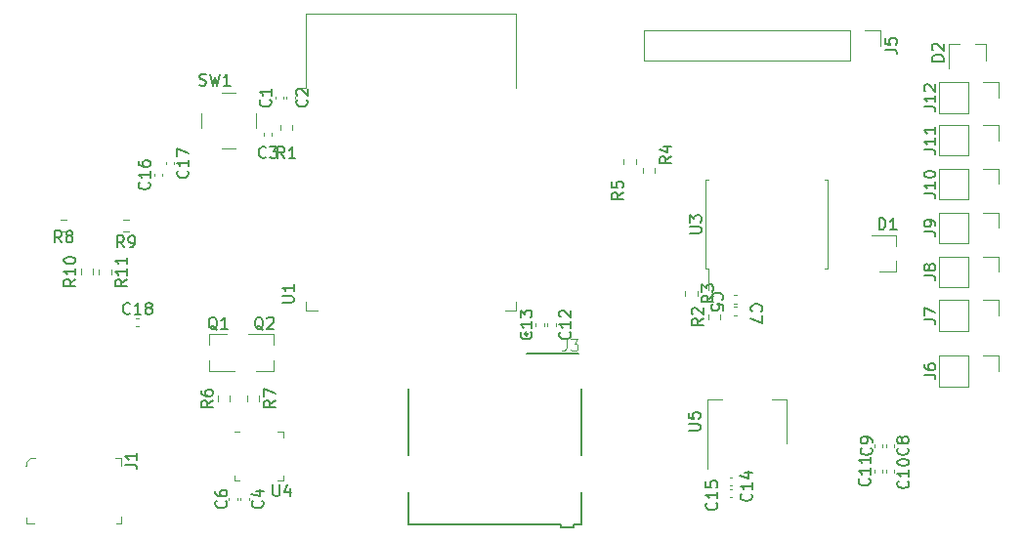
<source format=gbr>
%TF.GenerationSoftware,KiCad,Pcbnew,(5.1.8)-1*%
%TF.CreationDate,2021-03-10T16:05:31+00:00*%
%TF.ProjectId,Project_2_smaller,50726f6a-6563-4745-9f32-5f736d616c6c,rev?*%
%TF.SameCoordinates,Original*%
%TF.FileFunction,Legend,Top*%
%TF.FilePolarity,Positive*%
%FSLAX46Y46*%
G04 Gerber Fmt 4.6, Leading zero omitted, Abs format (unit mm)*
G04 Created by KiCad (PCBNEW (5.1.8)-1) date 2021-03-10 16:05:31*
%MOMM*%
%LPD*%
G01*
G04 APERTURE LIST*
%ADD10C,0.100000*%
%ADD11C,0.200000*%
%ADD12C,0.240000*%
%ADD13C,0.120000*%
%ADD14C,0.150000*%
%ADD15C,0.015000*%
G04 APERTURE END LIST*
D10*
%TO.C,J1*%
X94400000Y-104400000D02*
X94250000Y-104400000D01*
X94400000Y-104100000D02*
X94400000Y-104400000D01*
X94700000Y-103750000D02*
X94400000Y-104100000D01*
X95150000Y-103750000D02*
X94700000Y-103750000D01*
X102600000Y-103750000D02*
X102600000Y-104450000D01*
X102100000Y-103750000D02*
X102600000Y-103750000D01*
X102600000Y-109450000D02*
X102200000Y-109450000D01*
X102600000Y-108850000D02*
X102600000Y-109450000D01*
X94400000Y-109450000D02*
X95050000Y-109450000D01*
X94400000Y-108900000D02*
X94400000Y-109450000D01*
D11*
%TO.C,J3*%
X127450000Y-109480000D02*
X140700000Y-109480000D01*
X127450000Y-109480000D02*
X127450000Y-106700000D01*
X127450000Y-103500000D02*
X127450000Y-97700000D01*
X137700000Y-94730000D02*
X142200000Y-94730000D01*
X142500000Y-103500000D02*
X142500000Y-97700000D01*
D12*
X137820000Y-93000000D02*
G75*
G03*
X137820000Y-93000000I-120000J0D01*
G01*
D11*
X140700000Y-109480000D02*
X140700000Y-109730000D01*
X140700000Y-109730000D02*
X141800000Y-109730000D01*
X141800000Y-109730000D02*
X141800000Y-109480000D01*
X141800000Y-109480000D02*
X142500000Y-109480000D01*
X142500000Y-109480000D02*
X142500000Y-106700000D01*
D13*
%TO.C,R7*%
X114522500Y-98837258D02*
X114522500Y-98362742D01*
X113477500Y-98837258D02*
X113477500Y-98362742D01*
%TO.C,C1*%
X116660000Y-72622835D02*
X116660000Y-72407163D01*
X115940000Y-72622835D02*
X115940000Y-72407163D01*
%TO.C,C2*%
X117635001Y-72622835D02*
X117635001Y-72407163D01*
X116915001Y-72622835D02*
X116915001Y-72407163D01*
%TO.C,C3*%
X115660000Y-75807836D02*
X115660000Y-75592164D01*
X114940000Y-75807836D02*
X114940000Y-75592164D01*
%TO.C,C4*%
X113660000Y-107192164D02*
X113660000Y-107407836D01*
X112940000Y-107192164D02*
X112940000Y-107407836D01*
%TO.C,C5*%
X155692164Y-89640000D02*
X155907836Y-89640000D01*
X155692164Y-90360000D02*
X155907836Y-90360000D01*
%TO.C,C6*%
X111940000Y-107192164D02*
X111940000Y-107407836D01*
X112660000Y-107192164D02*
X112660000Y-107407836D01*
%TO.C,C7*%
X155692164Y-91360000D02*
X155907836Y-91360000D01*
X155692164Y-90640000D02*
X155907836Y-90640000D01*
%TO.C,C8*%
X168840000Y-102592164D02*
X168840000Y-102807836D01*
X169560000Y-102592164D02*
X169560000Y-102807836D01*
%TO.C,C9*%
X167840000Y-102592164D02*
X167840000Y-102807836D01*
X168560000Y-102592164D02*
X168560000Y-102807836D01*
%TO.C,C10*%
X169560000Y-105007836D02*
X169560000Y-104792164D01*
X168840000Y-105007836D02*
X168840000Y-104792164D01*
%TO.C,C11*%
X167840000Y-105007836D02*
X167840000Y-104792164D01*
X168560000Y-105007836D02*
X168560000Y-104792164D01*
%TO.C,C12*%
X139540000Y-92307836D02*
X139540000Y-92092164D01*
X140260000Y-92307836D02*
X140260000Y-92092164D01*
%TO.C,C13*%
X139245001Y-92307836D02*
X139245001Y-92092164D01*
X138525001Y-92307836D02*
X138525001Y-92092164D01*
%TO.C,C14*%
X155507836Y-106160000D02*
X155292164Y-106160000D01*
X155507836Y-105440000D02*
X155292164Y-105440000D01*
%TO.C,C15*%
X155507836Y-106440000D02*
X155292164Y-106440000D01*
X155507836Y-107160000D02*
X155292164Y-107160000D01*
%TO.C,C16*%
X105440000Y-79307836D02*
X105440000Y-79092164D01*
X106160000Y-79307836D02*
X106160000Y-79092164D01*
%TO.C,C17*%
X106440000Y-78092164D02*
X106440000Y-78307836D01*
X107160000Y-78092164D02*
X107160000Y-78307836D01*
%TO.C,C18*%
X103892164Y-91640000D02*
X104107836Y-91640000D01*
X103892164Y-92360000D02*
X104107836Y-92360000D01*
%TO.C,D1*%
X169760000Y-87580000D02*
X168300000Y-87580000D01*
X169760000Y-84420000D02*
X167600000Y-84420000D01*
X169760000Y-84420000D02*
X169760000Y-85350000D01*
X169760000Y-87580000D02*
X169760000Y-86650000D01*
%TO.C,D2*%
X177480000Y-67840000D02*
X176550000Y-67840000D01*
X174320000Y-67840000D02*
X175250000Y-67840000D01*
X174320000Y-67840000D02*
X174320000Y-70000000D01*
X177480000Y-67840000D02*
X177480000Y-69300000D01*
%TO.C,J5*%
X147890000Y-66670000D02*
X147890000Y-69330000D01*
X165730000Y-66670000D02*
X147890000Y-66670000D01*
X165730000Y-69330000D02*
X147890000Y-69330000D01*
X165730000Y-66670000D02*
X165730000Y-69330000D01*
X167000000Y-66670000D02*
X168330000Y-66670000D01*
X168330000Y-66670000D02*
X168330000Y-68000000D01*
%TO.C,J6*%
X173430000Y-94870000D02*
X173430000Y-97530000D01*
X176030000Y-94870000D02*
X173430000Y-94870000D01*
X176030000Y-97530000D02*
X173430000Y-97530000D01*
X176030000Y-94870000D02*
X176030000Y-97530000D01*
X177300000Y-94870000D02*
X178630000Y-94870000D01*
X178630000Y-94870000D02*
X178630000Y-96200000D01*
%TO.C,J7*%
X173430000Y-90070000D02*
X173430000Y-92730000D01*
X176030000Y-90070000D02*
X173430000Y-90070000D01*
X176030000Y-92730000D02*
X173430000Y-92730000D01*
X176030000Y-90070000D02*
X176030000Y-92730000D01*
X177300000Y-90070000D02*
X178630000Y-90070000D01*
X178630000Y-90070000D02*
X178630000Y-91400000D01*
%TO.C,J8*%
X178630000Y-86270000D02*
X178630000Y-87600000D01*
X177300000Y-86270000D02*
X178630000Y-86270000D01*
X176030000Y-86270000D02*
X176030000Y-88930000D01*
X176030000Y-88930000D02*
X173430000Y-88930000D01*
X176030000Y-86270000D02*
X173430000Y-86270000D01*
X173430000Y-86270000D02*
X173430000Y-88930000D01*
%TO.C,J9*%
X173430000Y-82470000D02*
X173430000Y-85130000D01*
X176030000Y-82470000D02*
X173430000Y-82470000D01*
X176030000Y-85130000D02*
X173430000Y-85130000D01*
X176030000Y-82470000D02*
X176030000Y-85130000D01*
X177300000Y-82470000D02*
X178630000Y-82470000D01*
X178630000Y-82470000D02*
X178630000Y-83800000D01*
%TO.C,J10*%
X173430000Y-78670000D02*
X173430000Y-81330000D01*
X176030000Y-78670000D02*
X173430000Y-78670000D01*
X176030000Y-81330000D02*
X173430000Y-81330000D01*
X176030000Y-78670000D02*
X176030000Y-81330000D01*
X177300000Y-78670000D02*
X178630000Y-78670000D01*
X178630000Y-78670000D02*
X178630000Y-80000000D01*
%TO.C,J11*%
X178630000Y-74870000D02*
X178630000Y-76200000D01*
X177300000Y-74870000D02*
X178630000Y-74870000D01*
X176030000Y-74870000D02*
X176030000Y-77530000D01*
X176030000Y-77530000D02*
X173430000Y-77530000D01*
X176030000Y-74870000D02*
X173430000Y-74870000D01*
X173430000Y-74870000D02*
X173430000Y-77530000D01*
%TO.C,J12*%
X178630000Y-71170000D02*
X178630000Y-72500000D01*
X177300000Y-71170000D02*
X178630000Y-71170000D01*
X176030000Y-71170000D02*
X176030000Y-73830000D01*
X176030000Y-73830000D02*
X173430000Y-73830000D01*
X176030000Y-71170000D02*
X173430000Y-71170000D01*
X173430000Y-71170000D02*
X173430000Y-73830000D01*
%TO.C,Q1*%
X110240000Y-93020000D02*
X111700000Y-93020000D01*
X110240000Y-96180000D02*
X112400000Y-96180000D01*
X110240000Y-96180000D02*
X110240000Y-95250000D01*
X110240000Y-93020000D02*
X110240000Y-93950000D01*
%TO.C,Q2*%
X115760000Y-96180000D02*
X115760000Y-95250000D01*
X115760000Y-93020000D02*
X115760000Y-93950000D01*
X115760000Y-93020000D02*
X113600000Y-93020000D01*
X115760000Y-96180000D02*
X114300000Y-96180000D01*
%TO.C,R1*%
X116377500Y-75337258D02*
X116377500Y-74862742D01*
X117422500Y-75337258D02*
X117422500Y-74862742D01*
%TO.C,R2*%
X153477500Y-91737258D02*
X153477500Y-91262742D01*
X154522500Y-91737258D02*
X154522500Y-91262742D01*
%TO.C,R3*%
X151477500Y-89262742D02*
X151477500Y-89737258D01*
X152522500Y-89262742D02*
X152522500Y-89737258D01*
%TO.C,R4*%
X148822500Y-79037258D02*
X148822500Y-78562742D01*
X147777500Y-79037258D02*
X147777500Y-78562742D01*
%TO.C,R5*%
X147172500Y-78287258D02*
X147172500Y-77812742D01*
X146127500Y-78287258D02*
X146127500Y-77812742D01*
%TO.C,R6*%
X110977500Y-98837258D02*
X110977500Y-98362742D01*
X112022500Y-98837258D02*
X112022500Y-98362742D01*
%TO.C,R8*%
X97362742Y-84122500D02*
X97837258Y-84122500D01*
X97362742Y-83077500D02*
X97837258Y-83077500D01*
%TO.C,R9*%
X103237258Y-83077500D02*
X102762742Y-83077500D01*
X103237258Y-84122500D02*
X102762742Y-84122500D01*
%TO.C,R10*%
X100122500Y-87837258D02*
X100122500Y-87362742D01*
X99077500Y-87837258D02*
X99077500Y-87362742D01*
%TO.C,R11*%
X101722500Y-87862258D02*
X101722500Y-87387742D01*
X100677500Y-87862258D02*
X100677500Y-87387742D01*
D10*
%TO.C,SW1*%
X111900000Y-72100000D02*
X112500000Y-72100000D01*
X111900000Y-72100000D02*
X111300000Y-72100000D01*
X109500000Y-74500000D02*
X109500000Y-75100000D01*
X109500000Y-74500000D02*
X109500000Y-73900000D01*
X111900000Y-76900000D02*
X112500000Y-76900000D01*
X111900000Y-76900000D02*
X111300000Y-76900000D01*
X114300000Y-74500000D02*
X114300000Y-75100000D01*
X114300000Y-74500000D02*
X114300000Y-73900000D01*
D13*
%TO.C,U1*%
X118580000Y-71655000D02*
X118200000Y-71655000D01*
X118580000Y-65235000D02*
X118580000Y-71655000D01*
X136820000Y-65235000D02*
X136820000Y-71655000D01*
X118580000Y-65235000D02*
X136820000Y-65235000D01*
X136820000Y-90980000D02*
X135820000Y-90980000D01*
X136820000Y-90200000D02*
X136820000Y-90980000D01*
X118580000Y-90980000D02*
X119580000Y-90980000D01*
X118580000Y-90200000D02*
X118580000Y-90980000D01*
%TO.C,U3*%
X163760000Y-83500000D02*
X163760000Y-79640000D01*
X163760000Y-79640000D02*
X163505000Y-79640000D01*
X163760000Y-83500000D02*
X163760000Y-87360000D01*
X163760000Y-87360000D02*
X163505000Y-87360000D01*
X153240000Y-83500000D02*
X153240000Y-79640000D01*
X153240000Y-79640000D02*
X153495000Y-79640000D01*
X153240000Y-83500000D02*
X153240000Y-87360000D01*
X153240000Y-87360000D02*
X153495000Y-87360000D01*
X153495000Y-87360000D02*
X153495000Y-89175000D01*
%TO.C,U4*%
X112865000Y-101490000D02*
X112390000Y-101490000D01*
X116610000Y-105710000D02*
X116610000Y-105235000D01*
X116135000Y-105710000D02*
X116610000Y-105710000D01*
X112390000Y-105710000D02*
X112390000Y-105235000D01*
X112865000Y-105710000D02*
X112390000Y-105710000D01*
X116610000Y-101490000D02*
X116610000Y-101965000D01*
X116135000Y-101490000D02*
X116610000Y-101490000D01*
%TO.C,U5*%
X160210000Y-98690000D02*
X158950000Y-98690000D01*
X153390000Y-98690000D02*
X154650000Y-98690000D01*
X160210000Y-102450000D02*
X160210000Y-98690000D01*
X153390000Y-104700000D02*
X153390000Y-98690000D01*
%TO.C,J1*%
D14*
X102952380Y-104333333D02*
X103666666Y-104333333D01*
X103809523Y-104380952D01*
X103904761Y-104476190D01*
X103952380Y-104619047D01*
X103952380Y-104714285D01*
X103952380Y-103333333D02*
X103952380Y-103904761D01*
X103952380Y-103619047D02*
X102952380Y-103619047D01*
X103095238Y-103714285D01*
X103190476Y-103809523D01*
X103238095Y-103904761D01*
%TO.C,J3*%
D15*
X141166666Y-93452380D02*
X141166666Y-94166666D01*
X141119047Y-94309523D01*
X141023809Y-94404761D01*
X140880952Y-94452380D01*
X140785714Y-94452380D01*
X141547619Y-93452380D02*
X142166666Y-93452380D01*
X141833333Y-93833333D01*
X141976190Y-93833333D01*
X142071428Y-93880952D01*
X142119047Y-93928571D01*
X142166666Y-94023809D01*
X142166666Y-94261904D01*
X142119047Y-94357142D01*
X142071428Y-94404761D01*
X141976190Y-94452380D01*
X141690476Y-94452380D01*
X141595238Y-94404761D01*
X141547619Y-94357142D01*
%TO.C,R7*%
D14*
X115952380Y-98766666D02*
X115476190Y-99100000D01*
X115952380Y-99338095D02*
X114952380Y-99338095D01*
X114952380Y-98957142D01*
X115000000Y-98861904D01*
X115047619Y-98814285D01*
X115142857Y-98766666D01*
X115285714Y-98766666D01*
X115380952Y-98814285D01*
X115428571Y-98861904D01*
X115476190Y-98957142D01*
X115476190Y-99338095D01*
X114952380Y-98433333D02*
X114952380Y-97766666D01*
X115952380Y-98195238D01*
%TO.C,C1*%
X115497142Y-72681665D02*
X115544761Y-72729284D01*
X115592380Y-72872141D01*
X115592380Y-72967379D01*
X115544761Y-73110237D01*
X115449523Y-73205475D01*
X115354285Y-73253094D01*
X115163809Y-73300713D01*
X115020952Y-73300713D01*
X114830476Y-73253094D01*
X114735238Y-73205475D01*
X114640000Y-73110237D01*
X114592380Y-72967379D01*
X114592380Y-72872141D01*
X114640000Y-72729284D01*
X114687619Y-72681665D01*
X115592380Y-71729284D02*
X115592380Y-72300713D01*
X115592380Y-72014999D02*
X114592380Y-72014999D01*
X114735238Y-72110237D01*
X114830476Y-72205475D01*
X114878095Y-72300713D01*
%TO.C,C2*%
X118657142Y-72681665D02*
X118704761Y-72729284D01*
X118752380Y-72872141D01*
X118752380Y-72967379D01*
X118704761Y-73110237D01*
X118609523Y-73205475D01*
X118514285Y-73253094D01*
X118323809Y-73300713D01*
X118180952Y-73300713D01*
X117990476Y-73253094D01*
X117895238Y-73205475D01*
X117800000Y-73110237D01*
X117752380Y-72967379D01*
X117752380Y-72872141D01*
X117800000Y-72729284D01*
X117847619Y-72681665D01*
X117847619Y-72300713D02*
X117800000Y-72253094D01*
X117752380Y-72157856D01*
X117752380Y-71919760D01*
X117800000Y-71824522D01*
X117847619Y-71776903D01*
X117942857Y-71729284D01*
X118038095Y-71729284D01*
X118180952Y-71776903D01*
X118752380Y-72348332D01*
X118752380Y-71729284D01*
%TO.C,C3*%
X115133333Y-77657142D02*
X115085714Y-77704761D01*
X114942857Y-77752380D01*
X114847619Y-77752380D01*
X114704761Y-77704761D01*
X114609523Y-77609523D01*
X114561904Y-77514285D01*
X114514285Y-77323809D01*
X114514285Y-77180952D01*
X114561904Y-76990476D01*
X114609523Y-76895238D01*
X114704761Y-76800000D01*
X114847619Y-76752380D01*
X114942857Y-76752380D01*
X115085714Y-76800000D01*
X115133333Y-76847619D01*
X115466666Y-76752380D02*
X116085714Y-76752380D01*
X115752380Y-77133333D01*
X115895238Y-77133333D01*
X115990476Y-77180952D01*
X116038095Y-77228571D01*
X116085714Y-77323809D01*
X116085714Y-77561904D01*
X116038095Y-77657142D01*
X115990476Y-77704761D01*
X115895238Y-77752380D01*
X115609523Y-77752380D01*
X115514285Y-77704761D01*
X115466666Y-77657142D01*
%TO.C,C4*%
X114817142Y-107466666D02*
X114864761Y-107514285D01*
X114912380Y-107657142D01*
X114912380Y-107752380D01*
X114864761Y-107895238D01*
X114769523Y-107990476D01*
X114674285Y-108038095D01*
X114483809Y-108085714D01*
X114340952Y-108085714D01*
X114150476Y-108038095D01*
X114055238Y-107990476D01*
X113960000Y-107895238D01*
X113912380Y-107752380D01*
X113912380Y-107657142D01*
X113960000Y-107514285D01*
X114007619Y-107466666D01*
X114245714Y-106609523D02*
X114912380Y-106609523D01*
X113864761Y-106847619D02*
X114579047Y-107085714D01*
X114579047Y-106466666D01*
%TO.C,C5*%
X153842857Y-90033333D02*
X153795238Y-89985714D01*
X153747619Y-89842857D01*
X153747619Y-89747619D01*
X153795238Y-89604761D01*
X153890476Y-89509523D01*
X153985714Y-89461904D01*
X154176190Y-89414285D01*
X154319047Y-89414285D01*
X154509523Y-89461904D01*
X154604761Y-89509523D01*
X154700000Y-89604761D01*
X154747619Y-89747619D01*
X154747619Y-89842857D01*
X154700000Y-89985714D01*
X154652380Y-90033333D01*
X154747619Y-90938095D02*
X154747619Y-90461904D01*
X154271428Y-90414285D01*
X154319047Y-90461904D01*
X154366666Y-90557142D01*
X154366666Y-90795238D01*
X154319047Y-90890476D01*
X154271428Y-90938095D01*
X154176190Y-90985714D01*
X153938095Y-90985714D01*
X153842857Y-90938095D01*
X153795238Y-90890476D01*
X153747619Y-90795238D01*
X153747619Y-90557142D01*
X153795238Y-90461904D01*
X153842857Y-90414285D01*
%TO.C,C6*%
X111657142Y-107466666D02*
X111704761Y-107514285D01*
X111752380Y-107657142D01*
X111752380Y-107752380D01*
X111704761Y-107895238D01*
X111609523Y-107990476D01*
X111514285Y-108038095D01*
X111323809Y-108085714D01*
X111180952Y-108085714D01*
X110990476Y-108038095D01*
X110895238Y-107990476D01*
X110800000Y-107895238D01*
X110752380Y-107752380D01*
X110752380Y-107657142D01*
X110800000Y-107514285D01*
X110847619Y-107466666D01*
X110752380Y-106609523D02*
X110752380Y-106800000D01*
X110800000Y-106895238D01*
X110847619Y-106942857D01*
X110990476Y-107038095D01*
X111180952Y-107085714D01*
X111561904Y-107085714D01*
X111657142Y-107038095D01*
X111704761Y-106990476D01*
X111752380Y-106895238D01*
X111752380Y-106704761D01*
X111704761Y-106609523D01*
X111657142Y-106561904D01*
X111561904Y-106514285D01*
X111323809Y-106514285D01*
X111228571Y-106561904D01*
X111180952Y-106609523D01*
X111133333Y-106704761D01*
X111133333Y-106895238D01*
X111180952Y-106990476D01*
X111228571Y-107038095D01*
X111323809Y-107085714D01*
%TO.C,C7*%
X157242857Y-91033333D02*
X157195238Y-90985714D01*
X157147619Y-90842857D01*
X157147619Y-90747619D01*
X157195238Y-90604761D01*
X157290476Y-90509523D01*
X157385714Y-90461904D01*
X157576190Y-90414285D01*
X157719047Y-90414285D01*
X157909523Y-90461904D01*
X158004761Y-90509523D01*
X158100000Y-90604761D01*
X158147619Y-90747619D01*
X158147619Y-90842857D01*
X158100000Y-90985714D01*
X158052380Y-91033333D01*
X158147619Y-91366666D02*
X158147619Y-92033333D01*
X157147619Y-91604761D01*
%TO.C,C8*%
X170717142Y-102866666D02*
X170764761Y-102914285D01*
X170812380Y-103057142D01*
X170812380Y-103152380D01*
X170764761Y-103295238D01*
X170669523Y-103390476D01*
X170574285Y-103438095D01*
X170383809Y-103485714D01*
X170240952Y-103485714D01*
X170050476Y-103438095D01*
X169955238Y-103390476D01*
X169860000Y-103295238D01*
X169812380Y-103152380D01*
X169812380Y-103057142D01*
X169860000Y-102914285D01*
X169907619Y-102866666D01*
X170240952Y-102295238D02*
X170193333Y-102390476D01*
X170145714Y-102438095D01*
X170050476Y-102485714D01*
X170002857Y-102485714D01*
X169907619Y-102438095D01*
X169860000Y-102390476D01*
X169812380Y-102295238D01*
X169812380Y-102104761D01*
X169860000Y-102009523D01*
X169907619Y-101961904D01*
X170002857Y-101914285D01*
X170050476Y-101914285D01*
X170145714Y-101961904D01*
X170193333Y-102009523D01*
X170240952Y-102104761D01*
X170240952Y-102295238D01*
X170288571Y-102390476D01*
X170336190Y-102438095D01*
X170431428Y-102485714D01*
X170621904Y-102485714D01*
X170717142Y-102438095D01*
X170764761Y-102390476D01*
X170812380Y-102295238D01*
X170812380Y-102104761D01*
X170764761Y-102009523D01*
X170717142Y-101961904D01*
X170621904Y-101914285D01*
X170431428Y-101914285D01*
X170336190Y-101961904D01*
X170288571Y-102009523D01*
X170240952Y-102104761D01*
%TO.C,C9*%
X167557142Y-102866666D02*
X167604761Y-102914285D01*
X167652380Y-103057142D01*
X167652380Y-103152380D01*
X167604761Y-103295238D01*
X167509523Y-103390476D01*
X167414285Y-103438095D01*
X167223809Y-103485714D01*
X167080952Y-103485714D01*
X166890476Y-103438095D01*
X166795238Y-103390476D01*
X166700000Y-103295238D01*
X166652380Y-103152380D01*
X166652380Y-103057142D01*
X166700000Y-102914285D01*
X166747619Y-102866666D01*
X167652380Y-102390476D02*
X167652380Y-102200000D01*
X167604761Y-102104761D01*
X167557142Y-102057142D01*
X167414285Y-101961904D01*
X167223809Y-101914285D01*
X166842857Y-101914285D01*
X166747619Y-101961904D01*
X166700000Y-102009523D01*
X166652380Y-102104761D01*
X166652380Y-102295238D01*
X166700000Y-102390476D01*
X166747619Y-102438095D01*
X166842857Y-102485714D01*
X167080952Y-102485714D01*
X167176190Y-102438095D01*
X167223809Y-102390476D01*
X167271428Y-102295238D01*
X167271428Y-102104761D01*
X167223809Y-102009523D01*
X167176190Y-101961904D01*
X167080952Y-101914285D01*
%TO.C,C10*%
X170757142Y-105742857D02*
X170804761Y-105790476D01*
X170852380Y-105933333D01*
X170852380Y-106028571D01*
X170804761Y-106171428D01*
X170709523Y-106266666D01*
X170614285Y-106314285D01*
X170423809Y-106361904D01*
X170280952Y-106361904D01*
X170090476Y-106314285D01*
X169995238Y-106266666D01*
X169900000Y-106171428D01*
X169852380Y-106028571D01*
X169852380Y-105933333D01*
X169900000Y-105790476D01*
X169947619Y-105742857D01*
X170852380Y-104790476D02*
X170852380Y-105361904D01*
X170852380Y-105076190D02*
X169852380Y-105076190D01*
X169995238Y-105171428D01*
X170090476Y-105266666D01*
X170138095Y-105361904D01*
X169852380Y-104171428D02*
X169852380Y-104076190D01*
X169900000Y-103980952D01*
X169947619Y-103933333D01*
X170042857Y-103885714D01*
X170233333Y-103838095D01*
X170471428Y-103838095D01*
X170661904Y-103885714D01*
X170757142Y-103933333D01*
X170804761Y-103980952D01*
X170852380Y-104076190D01*
X170852380Y-104171428D01*
X170804761Y-104266666D01*
X170757142Y-104314285D01*
X170661904Y-104361904D01*
X170471428Y-104409523D01*
X170233333Y-104409523D01*
X170042857Y-104361904D01*
X169947619Y-104314285D01*
X169900000Y-104266666D01*
X169852380Y-104171428D01*
%TO.C,C11*%
X167397142Y-105542857D02*
X167444761Y-105590476D01*
X167492380Y-105733333D01*
X167492380Y-105828571D01*
X167444761Y-105971428D01*
X167349523Y-106066666D01*
X167254285Y-106114285D01*
X167063809Y-106161904D01*
X166920952Y-106161904D01*
X166730476Y-106114285D01*
X166635238Y-106066666D01*
X166540000Y-105971428D01*
X166492380Y-105828571D01*
X166492380Y-105733333D01*
X166540000Y-105590476D01*
X166587619Y-105542857D01*
X167492380Y-104590476D02*
X167492380Y-105161904D01*
X167492380Y-104876190D02*
X166492380Y-104876190D01*
X166635238Y-104971428D01*
X166730476Y-105066666D01*
X166778095Y-105161904D01*
X167492380Y-103638095D02*
X167492380Y-104209523D01*
X167492380Y-103923809D02*
X166492380Y-103923809D01*
X166635238Y-104019047D01*
X166730476Y-104114285D01*
X166778095Y-104209523D01*
%TO.C,C12*%
X141457142Y-92842857D02*
X141504761Y-92890476D01*
X141552380Y-93033333D01*
X141552380Y-93128571D01*
X141504761Y-93271428D01*
X141409523Y-93366666D01*
X141314285Y-93414285D01*
X141123809Y-93461904D01*
X140980952Y-93461904D01*
X140790476Y-93414285D01*
X140695238Y-93366666D01*
X140600000Y-93271428D01*
X140552380Y-93128571D01*
X140552380Y-93033333D01*
X140600000Y-92890476D01*
X140647619Y-92842857D01*
X141552380Y-91890476D02*
X141552380Y-92461904D01*
X141552380Y-92176190D02*
X140552380Y-92176190D01*
X140695238Y-92271428D01*
X140790476Y-92366666D01*
X140838095Y-92461904D01*
X140647619Y-91509523D02*
X140600000Y-91461904D01*
X140552380Y-91366666D01*
X140552380Y-91128571D01*
X140600000Y-91033333D01*
X140647619Y-90985714D01*
X140742857Y-90938095D01*
X140838095Y-90938095D01*
X140980952Y-90985714D01*
X141552380Y-91557142D01*
X141552380Y-90938095D01*
%TO.C,C13*%
X138082143Y-92842857D02*
X138129762Y-92890476D01*
X138177381Y-93033333D01*
X138177381Y-93128571D01*
X138129762Y-93271428D01*
X138034524Y-93366666D01*
X137939286Y-93414285D01*
X137748810Y-93461904D01*
X137605953Y-93461904D01*
X137415477Y-93414285D01*
X137320239Y-93366666D01*
X137225001Y-93271428D01*
X137177381Y-93128571D01*
X137177381Y-93033333D01*
X137225001Y-92890476D01*
X137272620Y-92842857D01*
X138177381Y-91890476D02*
X138177381Y-92461904D01*
X138177381Y-92176190D02*
X137177381Y-92176190D01*
X137320239Y-92271428D01*
X137415477Y-92366666D01*
X137463096Y-92461904D01*
X137177381Y-91557142D02*
X137177381Y-90938095D01*
X137558334Y-91271428D01*
X137558334Y-91128571D01*
X137605953Y-91033333D01*
X137653572Y-90985714D01*
X137748810Y-90938095D01*
X137986905Y-90938095D01*
X138082143Y-90985714D01*
X138129762Y-91033333D01*
X138177381Y-91128571D01*
X138177381Y-91414285D01*
X138129762Y-91509523D01*
X138082143Y-91557142D01*
%TO.C,C14*%
X157157142Y-106842857D02*
X157204761Y-106890476D01*
X157252380Y-107033333D01*
X157252380Y-107128571D01*
X157204761Y-107271428D01*
X157109523Y-107366666D01*
X157014285Y-107414285D01*
X156823809Y-107461904D01*
X156680952Y-107461904D01*
X156490476Y-107414285D01*
X156395238Y-107366666D01*
X156300000Y-107271428D01*
X156252380Y-107128571D01*
X156252380Y-107033333D01*
X156300000Y-106890476D01*
X156347619Y-106842857D01*
X157252380Y-105890476D02*
X157252380Y-106461904D01*
X157252380Y-106176190D02*
X156252380Y-106176190D01*
X156395238Y-106271428D01*
X156490476Y-106366666D01*
X156538095Y-106461904D01*
X156585714Y-105033333D02*
X157252380Y-105033333D01*
X156204761Y-105271428D02*
X156919047Y-105509523D01*
X156919047Y-104890476D01*
%TO.C,C15*%
X154157142Y-107642857D02*
X154204761Y-107690476D01*
X154252380Y-107833333D01*
X154252380Y-107928571D01*
X154204761Y-108071428D01*
X154109523Y-108166666D01*
X154014285Y-108214285D01*
X153823809Y-108261904D01*
X153680952Y-108261904D01*
X153490476Y-108214285D01*
X153395238Y-108166666D01*
X153300000Y-108071428D01*
X153252380Y-107928571D01*
X153252380Y-107833333D01*
X153300000Y-107690476D01*
X153347619Y-107642857D01*
X154252380Y-106690476D02*
X154252380Y-107261904D01*
X154252380Y-106976190D02*
X153252380Y-106976190D01*
X153395238Y-107071428D01*
X153490476Y-107166666D01*
X153538095Y-107261904D01*
X153252380Y-105785714D02*
X153252380Y-106261904D01*
X153728571Y-106309523D01*
X153680952Y-106261904D01*
X153633333Y-106166666D01*
X153633333Y-105928571D01*
X153680952Y-105833333D01*
X153728571Y-105785714D01*
X153823809Y-105738095D01*
X154061904Y-105738095D01*
X154157142Y-105785714D01*
X154204761Y-105833333D01*
X154252380Y-105928571D01*
X154252380Y-106166666D01*
X154204761Y-106261904D01*
X154157142Y-106309523D01*
%TO.C,C16*%
X104997142Y-79842857D02*
X105044761Y-79890476D01*
X105092380Y-80033333D01*
X105092380Y-80128571D01*
X105044761Y-80271428D01*
X104949523Y-80366666D01*
X104854285Y-80414285D01*
X104663809Y-80461904D01*
X104520952Y-80461904D01*
X104330476Y-80414285D01*
X104235238Y-80366666D01*
X104140000Y-80271428D01*
X104092380Y-80128571D01*
X104092380Y-80033333D01*
X104140000Y-79890476D01*
X104187619Y-79842857D01*
X105092380Y-78890476D02*
X105092380Y-79461904D01*
X105092380Y-79176190D02*
X104092380Y-79176190D01*
X104235238Y-79271428D01*
X104330476Y-79366666D01*
X104378095Y-79461904D01*
X104092380Y-78033333D02*
X104092380Y-78223809D01*
X104140000Y-78319047D01*
X104187619Y-78366666D01*
X104330476Y-78461904D01*
X104520952Y-78509523D01*
X104901904Y-78509523D01*
X104997142Y-78461904D01*
X105044761Y-78414285D01*
X105092380Y-78319047D01*
X105092380Y-78128571D01*
X105044761Y-78033333D01*
X104997142Y-77985714D01*
X104901904Y-77938095D01*
X104663809Y-77938095D01*
X104568571Y-77985714D01*
X104520952Y-78033333D01*
X104473333Y-78128571D01*
X104473333Y-78319047D01*
X104520952Y-78414285D01*
X104568571Y-78461904D01*
X104663809Y-78509523D01*
%TO.C,C17*%
X108317142Y-78842857D02*
X108364761Y-78890476D01*
X108412380Y-79033333D01*
X108412380Y-79128571D01*
X108364761Y-79271428D01*
X108269523Y-79366666D01*
X108174285Y-79414285D01*
X107983809Y-79461904D01*
X107840952Y-79461904D01*
X107650476Y-79414285D01*
X107555238Y-79366666D01*
X107460000Y-79271428D01*
X107412380Y-79128571D01*
X107412380Y-79033333D01*
X107460000Y-78890476D01*
X107507619Y-78842857D01*
X108412380Y-77890476D02*
X108412380Y-78461904D01*
X108412380Y-78176190D02*
X107412380Y-78176190D01*
X107555238Y-78271428D01*
X107650476Y-78366666D01*
X107698095Y-78461904D01*
X107412380Y-77557142D02*
X107412380Y-76890476D01*
X108412380Y-77319047D01*
%TO.C,C18*%
X103357142Y-91197142D02*
X103309523Y-91244761D01*
X103166666Y-91292380D01*
X103071428Y-91292380D01*
X102928571Y-91244761D01*
X102833333Y-91149523D01*
X102785714Y-91054285D01*
X102738095Y-90863809D01*
X102738095Y-90720952D01*
X102785714Y-90530476D01*
X102833333Y-90435238D01*
X102928571Y-90340000D01*
X103071428Y-90292380D01*
X103166666Y-90292380D01*
X103309523Y-90340000D01*
X103357142Y-90387619D01*
X104309523Y-91292380D02*
X103738095Y-91292380D01*
X104023809Y-91292380D02*
X104023809Y-90292380D01*
X103928571Y-90435238D01*
X103833333Y-90530476D01*
X103738095Y-90578095D01*
X104880952Y-90720952D02*
X104785714Y-90673333D01*
X104738095Y-90625714D01*
X104690476Y-90530476D01*
X104690476Y-90482857D01*
X104738095Y-90387619D01*
X104785714Y-90340000D01*
X104880952Y-90292380D01*
X105071428Y-90292380D01*
X105166666Y-90340000D01*
X105214285Y-90387619D01*
X105261904Y-90482857D01*
X105261904Y-90530476D01*
X105214285Y-90625714D01*
X105166666Y-90673333D01*
X105071428Y-90720952D01*
X104880952Y-90720952D01*
X104785714Y-90768571D01*
X104738095Y-90816190D01*
X104690476Y-90911428D01*
X104690476Y-91101904D01*
X104738095Y-91197142D01*
X104785714Y-91244761D01*
X104880952Y-91292380D01*
X105071428Y-91292380D01*
X105166666Y-91244761D01*
X105214285Y-91197142D01*
X105261904Y-91101904D01*
X105261904Y-90911428D01*
X105214285Y-90816190D01*
X105166666Y-90768571D01*
X105071428Y-90720952D01*
%TO.C,D1*%
X168261904Y-83952380D02*
X168261904Y-82952380D01*
X168500000Y-82952380D01*
X168642857Y-83000000D01*
X168738095Y-83095238D01*
X168785714Y-83190476D01*
X168833333Y-83380952D01*
X168833333Y-83523809D01*
X168785714Y-83714285D01*
X168738095Y-83809523D01*
X168642857Y-83904761D01*
X168500000Y-83952380D01*
X168261904Y-83952380D01*
X169785714Y-83952380D02*
X169214285Y-83952380D01*
X169500000Y-83952380D02*
X169500000Y-82952380D01*
X169404761Y-83095238D01*
X169309523Y-83190476D01*
X169214285Y-83238095D01*
%TO.C,D2*%
X173852380Y-69338095D02*
X172852380Y-69338095D01*
X172852380Y-69100000D01*
X172900000Y-68957142D01*
X172995238Y-68861904D01*
X173090476Y-68814285D01*
X173280952Y-68766666D01*
X173423809Y-68766666D01*
X173614285Y-68814285D01*
X173709523Y-68861904D01*
X173804761Y-68957142D01*
X173852380Y-69100000D01*
X173852380Y-69338095D01*
X172947619Y-68385714D02*
X172900000Y-68338095D01*
X172852380Y-68242857D01*
X172852380Y-68004761D01*
X172900000Y-67909523D01*
X172947619Y-67861904D01*
X173042857Y-67814285D01*
X173138095Y-67814285D01*
X173280952Y-67861904D01*
X173852380Y-68433333D01*
X173852380Y-67814285D01*
%TO.C,J5*%
X168782380Y-68333333D02*
X169496666Y-68333333D01*
X169639523Y-68380952D01*
X169734761Y-68476190D01*
X169782380Y-68619047D01*
X169782380Y-68714285D01*
X168782380Y-67380952D02*
X168782380Y-67857142D01*
X169258571Y-67904761D01*
X169210952Y-67857142D01*
X169163333Y-67761904D01*
X169163333Y-67523809D01*
X169210952Y-67428571D01*
X169258571Y-67380952D01*
X169353809Y-67333333D01*
X169591904Y-67333333D01*
X169687142Y-67380952D01*
X169734761Y-67428571D01*
X169782380Y-67523809D01*
X169782380Y-67761904D01*
X169734761Y-67857142D01*
X169687142Y-67904761D01*
%TO.C,J6*%
X172152380Y-96533333D02*
X172866666Y-96533333D01*
X173009523Y-96580952D01*
X173104761Y-96676190D01*
X173152380Y-96819047D01*
X173152380Y-96914285D01*
X172152380Y-95628571D02*
X172152380Y-95819047D01*
X172200000Y-95914285D01*
X172247619Y-95961904D01*
X172390476Y-96057142D01*
X172580952Y-96104761D01*
X172961904Y-96104761D01*
X173057142Y-96057142D01*
X173104761Y-96009523D01*
X173152380Y-95914285D01*
X173152380Y-95723809D01*
X173104761Y-95628571D01*
X173057142Y-95580952D01*
X172961904Y-95533333D01*
X172723809Y-95533333D01*
X172628571Y-95580952D01*
X172580952Y-95628571D01*
X172533333Y-95723809D01*
X172533333Y-95914285D01*
X172580952Y-96009523D01*
X172628571Y-96057142D01*
X172723809Y-96104761D01*
%TO.C,J7*%
X172152380Y-91733333D02*
X172866666Y-91733333D01*
X173009523Y-91780952D01*
X173104761Y-91876190D01*
X173152380Y-92019047D01*
X173152380Y-92114285D01*
X172152380Y-91352380D02*
X172152380Y-90685714D01*
X173152380Y-91114285D01*
%TO.C,J8*%
X172152380Y-87933333D02*
X172866666Y-87933333D01*
X173009523Y-87980952D01*
X173104761Y-88076190D01*
X173152380Y-88219047D01*
X173152380Y-88314285D01*
X172580952Y-87314285D02*
X172533333Y-87409523D01*
X172485714Y-87457142D01*
X172390476Y-87504761D01*
X172342857Y-87504761D01*
X172247619Y-87457142D01*
X172200000Y-87409523D01*
X172152380Y-87314285D01*
X172152380Y-87123809D01*
X172200000Y-87028571D01*
X172247619Y-86980952D01*
X172342857Y-86933333D01*
X172390476Y-86933333D01*
X172485714Y-86980952D01*
X172533333Y-87028571D01*
X172580952Y-87123809D01*
X172580952Y-87314285D01*
X172628571Y-87409523D01*
X172676190Y-87457142D01*
X172771428Y-87504761D01*
X172961904Y-87504761D01*
X173057142Y-87457142D01*
X173104761Y-87409523D01*
X173152380Y-87314285D01*
X173152380Y-87123809D01*
X173104761Y-87028571D01*
X173057142Y-86980952D01*
X172961904Y-86933333D01*
X172771428Y-86933333D01*
X172676190Y-86980952D01*
X172628571Y-87028571D01*
X172580952Y-87123809D01*
%TO.C,J9*%
X172152380Y-84133333D02*
X172866666Y-84133333D01*
X173009523Y-84180952D01*
X173104761Y-84276190D01*
X173152380Y-84419047D01*
X173152380Y-84514285D01*
X173152380Y-83609523D02*
X173152380Y-83419047D01*
X173104761Y-83323809D01*
X173057142Y-83276190D01*
X172914285Y-83180952D01*
X172723809Y-83133333D01*
X172342857Y-83133333D01*
X172247619Y-83180952D01*
X172200000Y-83228571D01*
X172152380Y-83323809D01*
X172152380Y-83514285D01*
X172200000Y-83609523D01*
X172247619Y-83657142D01*
X172342857Y-83704761D01*
X172580952Y-83704761D01*
X172676190Y-83657142D01*
X172723809Y-83609523D01*
X172771428Y-83514285D01*
X172771428Y-83323809D01*
X172723809Y-83228571D01*
X172676190Y-83180952D01*
X172580952Y-83133333D01*
%TO.C,J10*%
X172152380Y-80809523D02*
X172866666Y-80809523D01*
X173009523Y-80857142D01*
X173104761Y-80952380D01*
X173152380Y-81095238D01*
X173152380Y-81190476D01*
X173152380Y-79809523D02*
X173152380Y-80380952D01*
X173152380Y-80095238D02*
X172152380Y-80095238D01*
X172295238Y-80190476D01*
X172390476Y-80285714D01*
X172438095Y-80380952D01*
X172152380Y-79190476D02*
X172152380Y-79095238D01*
X172200000Y-79000000D01*
X172247619Y-78952380D01*
X172342857Y-78904761D01*
X172533333Y-78857142D01*
X172771428Y-78857142D01*
X172961904Y-78904761D01*
X173057142Y-78952380D01*
X173104761Y-79000000D01*
X173152380Y-79095238D01*
X173152380Y-79190476D01*
X173104761Y-79285714D01*
X173057142Y-79333333D01*
X172961904Y-79380952D01*
X172771428Y-79428571D01*
X172533333Y-79428571D01*
X172342857Y-79380952D01*
X172247619Y-79333333D01*
X172200000Y-79285714D01*
X172152380Y-79190476D01*
%TO.C,J11*%
X172152380Y-77009523D02*
X172866666Y-77009523D01*
X173009523Y-77057142D01*
X173104761Y-77152380D01*
X173152380Y-77295238D01*
X173152380Y-77390476D01*
X173152380Y-76009523D02*
X173152380Y-76580952D01*
X173152380Y-76295238D02*
X172152380Y-76295238D01*
X172295238Y-76390476D01*
X172390476Y-76485714D01*
X172438095Y-76580952D01*
X173152380Y-75057142D02*
X173152380Y-75628571D01*
X173152380Y-75342857D02*
X172152380Y-75342857D01*
X172295238Y-75438095D01*
X172390476Y-75533333D01*
X172438095Y-75628571D01*
%TO.C,J12*%
X172152380Y-73309523D02*
X172866666Y-73309523D01*
X173009523Y-73357142D01*
X173104761Y-73452380D01*
X173152380Y-73595238D01*
X173152380Y-73690476D01*
X173152380Y-72309523D02*
X173152380Y-72880952D01*
X173152380Y-72595238D02*
X172152380Y-72595238D01*
X172295238Y-72690476D01*
X172390476Y-72785714D01*
X172438095Y-72880952D01*
X172247619Y-71928571D02*
X172200000Y-71880952D01*
X172152380Y-71785714D01*
X172152380Y-71547619D01*
X172200000Y-71452380D01*
X172247619Y-71404761D01*
X172342857Y-71357142D01*
X172438095Y-71357142D01*
X172580952Y-71404761D01*
X173152380Y-71976190D01*
X173152380Y-71357142D01*
%TO.C,Q1*%
X110904761Y-92647619D02*
X110809523Y-92600000D01*
X110714285Y-92504761D01*
X110571428Y-92361904D01*
X110476190Y-92314285D01*
X110380952Y-92314285D01*
X110428571Y-92552380D02*
X110333333Y-92504761D01*
X110238095Y-92409523D01*
X110190476Y-92219047D01*
X110190476Y-91885714D01*
X110238095Y-91695238D01*
X110333333Y-91600000D01*
X110428571Y-91552380D01*
X110619047Y-91552380D01*
X110714285Y-91600000D01*
X110809523Y-91695238D01*
X110857142Y-91885714D01*
X110857142Y-92219047D01*
X110809523Y-92409523D01*
X110714285Y-92504761D01*
X110619047Y-92552380D01*
X110428571Y-92552380D01*
X111809523Y-92552380D02*
X111238095Y-92552380D01*
X111523809Y-92552380D02*
X111523809Y-91552380D01*
X111428571Y-91695238D01*
X111333333Y-91790476D01*
X111238095Y-91838095D01*
%TO.C,Q2*%
X114904761Y-92647619D02*
X114809523Y-92600000D01*
X114714285Y-92504761D01*
X114571428Y-92361904D01*
X114476190Y-92314285D01*
X114380952Y-92314285D01*
X114428571Y-92552380D02*
X114333333Y-92504761D01*
X114238095Y-92409523D01*
X114190476Y-92219047D01*
X114190476Y-91885714D01*
X114238095Y-91695238D01*
X114333333Y-91600000D01*
X114428571Y-91552380D01*
X114619047Y-91552380D01*
X114714285Y-91600000D01*
X114809523Y-91695238D01*
X114857142Y-91885714D01*
X114857142Y-92219047D01*
X114809523Y-92409523D01*
X114714285Y-92504761D01*
X114619047Y-92552380D01*
X114428571Y-92552380D01*
X115238095Y-91647619D02*
X115285714Y-91600000D01*
X115380952Y-91552380D01*
X115619047Y-91552380D01*
X115714285Y-91600000D01*
X115761904Y-91647619D01*
X115809523Y-91742857D01*
X115809523Y-91838095D01*
X115761904Y-91980952D01*
X115190476Y-92552380D01*
X115809523Y-92552380D01*
%TO.C,R1*%
X116733333Y-77752380D02*
X116400000Y-77276190D01*
X116161904Y-77752380D02*
X116161904Y-76752380D01*
X116542857Y-76752380D01*
X116638095Y-76800000D01*
X116685714Y-76847619D01*
X116733333Y-76942857D01*
X116733333Y-77085714D01*
X116685714Y-77180952D01*
X116638095Y-77228571D01*
X116542857Y-77276190D01*
X116161904Y-77276190D01*
X117685714Y-77752380D02*
X117114285Y-77752380D01*
X117400000Y-77752380D02*
X117400000Y-76752380D01*
X117304761Y-76895238D01*
X117209523Y-76990476D01*
X117114285Y-77038095D01*
%TO.C,R2*%
X153022380Y-91666666D02*
X152546190Y-92000000D01*
X153022380Y-92238095D02*
X152022380Y-92238095D01*
X152022380Y-91857142D01*
X152070000Y-91761904D01*
X152117619Y-91714285D01*
X152212857Y-91666666D01*
X152355714Y-91666666D01*
X152450952Y-91714285D01*
X152498571Y-91761904D01*
X152546190Y-91857142D01*
X152546190Y-92238095D01*
X152117619Y-91285714D02*
X152070000Y-91238095D01*
X152022380Y-91142857D01*
X152022380Y-90904761D01*
X152070000Y-90809523D01*
X152117619Y-90761904D01*
X152212857Y-90714285D01*
X152308095Y-90714285D01*
X152450952Y-90761904D01*
X153022380Y-91333333D01*
X153022380Y-90714285D01*
%TO.C,R3*%
X153882380Y-89666666D02*
X153406190Y-90000000D01*
X153882380Y-90238095D02*
X152882380Y-90238095D01*
X152882380Y-89857142D01*
X152930000Y-89761904D01*
X152977619Y-89714285D01*
X153072857Y-89666666D01*
X153215714Y-89666666D01*
X153310952Y-89714285D01*
X153358571Y-89761904D01*
X153406190Y-89857142D01*
X153406190Y-90238095D01*
X152882380Y-89333333D02*
X152882380Y-88714285D01*
X153263333Y-89047619D01*
X153263333Y-88904761D01*
X153310952Y-88809523D01*
X153358571Y-88761904D01*
X153453809Y-88714285D01*
X153691904Y-88714285D01*
X153787142Y-88761904D01*
X153834761Y-88809523D01*
X153882380Y-88904761D01*
X153882380Y-89190476D01*
X153834761Y-89285714D01*
X153787142Y-89333333D01*
%TO.C,R4*%
X150252380Y-77616666D02*
X149776190Y-77950000D01*
X150252380Y-78188095D02*
X149252380Y-78188095D01*
X149252380Y-77807142D01*
X149300000Y-77711904D01*
X149347619Y-77664285D01*
X149442857Y-77616666D01*
X149585714Y-77616666D01*
X149680952Y-77664285D01*
X149728571Y-77711904D01*
X149776190Y-77807142D01*
X149776190Y-78188095D01*
X149585714Y-76759523D02*
X150252380Y-76759523D01*
X149204761Y-76997619D02*
X149919047Y-77235714D01*
X149919047Y-76616666D01*
%TO.C,R5*%
X146102380Y-80716666D02*
X145626190Y-81050000D01*
X146102380Y-81288095D02*
X145102380Y-81288095D01*
X145102380Y-80907142D01*
X145150000Y-80811904D01*
X145197619Y-80764285D01*
X145292857Y-80716666D01*
X145435714Y-80716666D01*
X145530952Y-80764285D01*
X145578571Y-80811904D01*
X145626190Y-80907142D01*
X145626190Y-81288095D01*
X145102380Y-79811904D02*
X145102380Y-80288095D01*
X145578571Y-80335714D01*
X145530952Y-80288095D01*
X145483333Y-80192857D01*
X145483333Y-79954761D01*
X145530952Y-79859523D01*
X145578571Y-79811904D01*
X145673809Y-79764285D01*
X145911904Y-79764285D01*
X146007142Y-79811904D01*
X146054761Y-79859523D01*
X146102380Y-79954761D01*
X146102380Y-80192857D01*
X146054761Y-80288095D01*
X146007142Y-80335714D01*
%TO.C,R6*%
X110522380Y-98766666D02*
X110046190Y-99100000D01*
X110522380Y-99338095D02*
X109522380Y-99338095D01*
X109522380Y-98957142D01*
X109570000Y-98861904D01*
X109617619Y-98814285D01*
X109712857Y-98766666D01*
X109855714Y-98766666D01*
X109950952Y-98814285D01*
X109998571Y-98861904D01*
X110046190Y-98957142D01*
X110046190Y-99338095D01*
X109522380Y-97909523D02*
X109522380Y-98100000D01*
X109570000Y-98195238D01*
X109617619Y-98242857D01*
X109760476Y-98338095D01*
X109950952Y-98385714D01*
X110331904Y-98385714D01*
X110427142Y-98338095D01*
X110474761Y-98290476D01*
X110522380Y-98195238D01*
X110522380Y-98004761D01*
X110474761Y-97909523D01*
X110427142Y-97861904D01*
X110331904Y-97814285D01*
X110093809Y-97814285D01*
X109998571Y-97861904D01*
X109950952Y-97909523D01*
X109903333Y-98004761D01*
X109903333Y-98195238D01*
X109950952Y-98290476D01*
X109998571Y-98338095D01*
X110093809Y-98385714D01*
%TO.C,R8*%
X97433333Y-85052380D02*
X97100000Y-84576190D01*
X96861904Y-85052380D02*
X96861904Y-84052380D01*
X97242857Y-84052380D01*
X97338095Y-84100000D01*
X97385714Y-84147619D01*
X97433333Y-84242857D01*
X97433333Y-84385714D01*
X97385714Y-84480952D01*
X97338095Y-84528571D01*
X97242857Y-84576190D01*
X96861904Y-84576190D01*
X98004761Y-84480952D02*
X97909523Y-84433333D01*
X97861904Y-84385714D01*
X97814285Y-84290476D01*
X97814285Y-84242857D01*
X97861904Y-84147619D01*
X97909523Y-84100000D01*
X98004761Y-84052380D01*
X98195238Y-84052380D01*
X98290476Y-84100000D01*
X98338095Y-84147619D01*
X98385714Y-84242857D01*
X98385714Y-84290476D01*
X98338095Y-84385714D01*
X98290476Y-84433333D01*
X98195238Y-84480952D01*
X98004761Y-84480952D01*
X97909523Y-84528571D01*
X97861904Y-84576190D01*
X97814285Y-84671428D01*
X97814285Y-84861904D01*
X97861904Y-84957142D01*
X97909523Y-85004761D01*
X98004761Y-85052380D01*
X98195238Y-85052380D01*
X98290476Y-85004761D01*
X98338095Y-84957142D01*
X98385714Y-84861904D01*
X98385714Y-84671428D01*
X98338095Y-84576190D01*
X98290476Y-84528571D01*
X98195238Y-84480952D01*
%TO.C,R9*%
X102833333Y-85482380D02*
X102500000Y-85006190D01*
X102261904Y-85482380D02*
X102261904Y-84482380D01*
X102642857Y-84482380D01*
X102738095Y-84530000D01*
X102785714Y-84577619D01*
X102833333Y-84672857D01*
X102833333Y-84815714D01*
X102785714Y-84910952D01*
X102738095Y-84958571D01*
X102642857Y-85006190D01*
X102261904Y-85006190D01*
X103309523Y-85482380D02*
X103500000Y-85482380D01*
X103595238Y-85434761D01*
X103642857Y-85387142D01*
X103738095Y-85244285D01*
X103785714Y-85053809D01*
X103785714Y-84672857D01*
X103738095Y-84577619D01*
X103690476Y-84530000D01*
X103595238Y-84482380D01*
X103404761Y-84482380D01*
X103309523Y-84530000D01*
X103261904Y-84577619D01*
X103214285Y-84672857D01*
X103214285Y-84910952D01*
X103261904Y-85006190D01*
X103309523Y-85053809D01*
X103404761Y-85101428D01*
X103595238Y-85101428D01*
X103690476Y-85053809D01*
X103738095Y-85006190D01*
X103785714Y-84910952D01*
%TO.C,R10*%
X98622380Y-88242857D02*
X98146190Y-88576190D01*
X98622380Y-88814285D02*
X97622380Y-88814285D01*
X97622380Y-88433333D01*
X97670000Y-88338095D01*
X97717619Y-88290476D01*
X97812857Y-88242857D01*
X97955714Y-88242857D01*
X98050952Y-88290476D01*
X98098571Y-88338095D01*
X98146190Y-88433333D01*
X98146190Y-88814285D01*
X98622380Y-87290476D02*
X98622380Y-87861904D01*
X98622380Y-87576190D02*
X97622380Y-87576190D01*
X97765238Y-87671428D01*
X97860476Y-87766666D01*
X97908095Y-87861904D01*
X97622380Y-86671428D02*
X97622380Y-86576190D01*
X97670000Y-86480952D01*
X97717619Y-86433333D01*
X97812857Y-86385714D01*
X98003333Y-86338095D01*
X98241428Y-86338095D01*
X98431904Y-86385714D01*
X98527142Y-86433333D01*
X98574761Y-86480952D01*
X98622380Y-86576190D01*
X98622380Y-86671428D01*
X98574761Y-86766666D01*
X98527142Y-86814285D01*
X98431904Y-86861904D01*
X98241428Y-86909523D01*
X98003333Y-86909523D01*
X97812857Y-86861904D01*
X97717619Y-86814285D01*
X97670000Y-86766666D01*
X97622380Y-86671428D01*
%TO.C,R11*%
X103052380Y-88267857D02*
X102576190Y-88601190D01*
X103052380Y-88839285D02*
X102052380Y-88839285D01*
X102052380Y-88458333D01*
X102100000Y-88363095D01*
X102147619Y-88315476D01*
X102242857Y-88267857D01*
X102385714Y-88267857D01*
X102480952Y-88315476D01*
X102528571Y-88363095D01*
X102576190Y-88458333D01*
X102576190Y-88839285D01*
X103052380Y-87315476D02*
X103052380Y-87886904D01*
X103052380Y-87601190D02*
X102052380Y-87601190D01*
X102195238Y-87696428D01*
X102290476Y-87791666D01*
X102338095Y-87886904D01*
X103052380Y-86363095D02*
X103052380Y-86934523D01*
X103052380Y-86648809D02*
X102052380Y-86648809D01*
X102195238Y-86744047D01*
X102290476Y-86839285D01*
X102338095Y-86934523D01*
%TO.C,SW1*%
X109366666Y-71404761D02*
X109509523Y-71452380D01*
X109747619Y-71452380D01*
X109842857Y-71404761D01*
X109890476Y-71357142D01*
X109938095Y-71261904D01*
X109938095Y-71166666D01*
X109890476Y-71071428D01*
X109842857Y-71023809D01*
X109747619Y-70976190D01*
X109557142Y-70928571D01*
X109461904Y-70880952D01*
X109414285Y-70833333D01*
X109366666Y-70738095D01*
X109366666Y-70642857D01*
X109414285Y-70547619D01*
X109461904Y-70500000D01*
X109557142Y-70452380D01*
X109795238Y-70452380D01*
X109938095Y-70500000D01*
X110271428Y-70452380D02*
X110509523Y-71452380D01*
X110700000Y-70738095D01*
X110890476Y-71452380D01*
X111128571Y-70452380D01*
X112033333Y-71452380D02*
X111461904Y-71452380D01*
X111747619Y-71452380D02*
X111747619Y-70452380D01*
X111652380Y-70595238D01*
X111557142Y-70690476D01*
X111461904Y-70738095D01*
%TO.C,U1*%
X116542380Y-90291904D02*
X117351904Y-90291904D01*
X117447142Y-90244285D01*
X117494761Y-90196666D01*
X117542380Y-90101428D01*
X117542380Y-89910952D01*
X117494761Y-89815714D01*
X117447142Y-89768095D01*
X117351904Y-89720476D01*
X116542380Y-89720476D01*
X117542380Y-88720476D02*
X117542380Y-89291904D01*
X117542380Y-89006190D02*
X116542380Y-89006190D01*
X116685238Y-89101428D01*
X116780476Y-89196666D01*
X116828095Y-89291904D01*
%TO.C,U3*%
X151852380Y-84261904D02*
X152661904Y-84261904D01*
X152757142Y-84214285D01*
X152804761Y-84166666D01*
X152852380Y-84071428D01*
X152852380Y-83880952D01*
X152804761Y-83785714D01*
X152757142Y-83738095D01*
X152661904Y-83690476D01*
X151852380Y-83690476D01*
X151852380Y-83309523D02*
X151852380Y-82690476D01*
X152233333Y-83023809D01*
X152233333Y-82880952D01*
X152280952Y-82785714D01*
X152328571Y-82738095D01*
X152423809Y-82690476D01*
X152661904Y-82690476D01*
X152757142Y-82738095D01*
X152804761Y-82785714D01*
X152852380Y-82880952D01*
X152852380Y-83166666D01*
X152804761Y-83261904D01*
X152757142Y-83309523D01*
%TO.C,U4*%
X115738095Y-106052380D02*
X115738095Y-106861904D01*
X115785714Y-106957142D01*
X115833333Y-107004761D01*
X115928571Y-107052380D01*
X116119047Y-107052380D01*
X116214285Y-107004761D01*
X116261904Y-106957142D01*
X116309523Y-106861904D01*
X116309523Y-106052380D01*
X117214285Y-106385714D02*
X117214285Y-107052380D01*
X116976190Y-106004761D02*
X116738095Y-106719047D01*
X117357142Y-106719047D01*
%TO.C,U5*%
X151752380Y-101361904D02*
X152561904Y-101361904D01*
X152657142Y-101314285D01*
X152704761Y-101266666D01*
X152752380Y-101171428D01*
X152752380Y-100980952D01*
X152704761Y-100885714D01*
X152657142Y-100838095D01*
X152561904Y-100790476D01*
X151752380Y-100790476D01*
X151752380Y-99838095D02*
X151752380Y-100314285D01*
X152228571Y-100361904D01*
X152180952Y-100314285D01*
X152133333Y-100219047D01*
X152133333Y-99980952D01*
X152180952Y-99885714D01*
X152228571Y-99838095D01*
X152323809Y-99790476D01*
X152561904Y-99790476D01*
X152657142Y-99838095D01*
X152704761Y-99885714D01*
X152752380Y-99980952D01*
X152752380Y-100219047D01*
X152704761Y-100314285D01*
X152657142Y-100361904D01*
%TD*%
M02*

</source>
